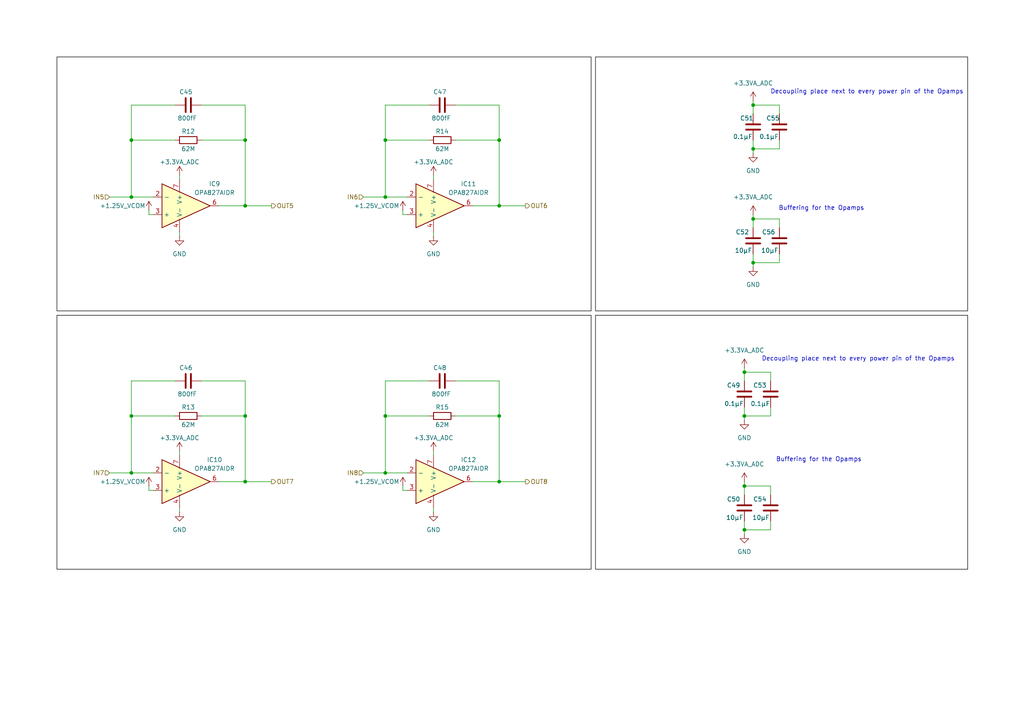
<source format=kicad_sch>
(kicad_sch (version 20250114) (generator "eeschema") (generator_version "9.0")
  (paper "A4")
  (lib_symbols
    (symbol "Device:C" (pin_numbers (hide yes)) (pin_names (offset 0.254))
      (property "Reference" "C" (at 0.635 2.54 0))
      (property "Value" "C" (at 0.635 -2.54 0))
      (symbol "C_0_1"
        (polyline (pts (xy -2.032 0.762) (xy 2.032 0.762)) (stroke (width 0.508)))
        (polyline (pts (xy -2.032 -0.762) (xy 2.032 -0.762)) (stroke (width 0.508)))
      )
      (symbol "C_1_1"
        (pin passive line (at 0 3.81 270) (length 2.794) (name "~") (number "1"))
        (pin passive line (at 0 -3.81 90) (length 2.794) (name "~") (number "2"))
      )
    )
    (symbol "Device:R" (pin_numbers (hide yes)) (pin_names (offset 0))
      (property "Reference" "R" (at 2.032 0 90))
      (property "Value" "R" (at 0 0 90))
      (symbol "R_0_1"
        (rectangle (start -1.016 -2.54) (end 1.016 2.54) (stroke (width 0.254)))
      )
      (symbol "R_1_1"
        (pin passive line (at 0 3.81 270) (length 1.27) (name "~") (number "1"))
        (pin passive line (at 0 -3.81 90) (length 1.27) (name "~") (number "2"))
      )
    )
    (symbol "SamacSys_Parts:OPA827AIDR"
      (property "Reference" "IC9" (at 22.86 3.81 0))
      (property "Value" "OPA827AIDR" (at 22.86 1.27 0))
      (symbol "OPA827AIDR_1_1"
        (polyline (pts (xy 5.08 2.54) (xy 5.08 -10.16) (xy 19.05 -3.81) (xy 5.08 2.54)) (stroke (width 0.254)) (fill (type color) (color 255 255 194 1)))
        (pin passive line (at 2.54 -1.27 0) (length 2.54) (name "-") (number "2"))
        (pin passive line (at 2.54 -6.35 0) (length 2.54) (name "+") (number "3"))
        (pin passive line (at 10.16 3.81 270) (length 3.81) (name "V+") (number "7"))
        (pin no_connect line (at 10.16 -1.27 270) (length 5.08) (hide yes) (name "NC") (number "1"))
        (pin no_connect line (at 10.16 -1.27 270) (length 5.08) (hide yes) (name "NC") (number "5"))
        (pin no_connect line (at 10.16 -1.27 270) (length 5.08) (hide yes) (name "NC") (number "8"))
        (pin passive line (at 10.16 -11.43 90) (length 3.81) (name "V-") (number "4"))
        (pin passive line (at 21.59 -3.81 180) (length 2.54) (name "") (number "6"))
      )
    )
    (symbol "power:+3.3V" (power) (pin_numbers (hide yes)) (pin_names (offset 0) (hide yes))
      (property "Value" "+3.3V" (at 0 3.556 0))
      (symbol "+3.3V_0_1"
        (polyline (pts (xy -0.762 1.27) (xy 0 2.54)))
        (polyline (pts (xy 0 2.54) (xy 0.762 1.27)))
        (polyline (pts (xy 0 0) (xy 0 2.54)))
      )
      (symbol "+3.3V_1_1"
        (pin power_in line (at 0 0 90) (length 0) (name "~") (number "1"))
      )
    )
    (symbol "power:+3.3VA" (power) (pin_names (offset 0))
      (property "Value" "+3.3VA" (at 0 3.556 0))
      (symbol "+3.3VA_0_1"
        (polyline (pts (xy -0.762 1.27) (xy 0 2.54)))
        (polyline (pts (xy 0 2.54) (xy 0.762 1.27)))
        (polyline (pts (xy 0 0) (xy 0 2.54)))
      )
      (symbol "+3.3VA_1_1"
        (pin power_in line (at 0 0 90) (length 0) (hide yes) (name "+3.3VA") (number "1"))
      )
    )
    (symbol "power:GND" (power) (pin_numbers (hide yes)) (pin_names (offset 0) (hide yes))
      (property "Value" "GND" (at 0 -3.81 0))
      (symbol "GND_0_1"
        (polyline (pts (xy 0 0) (xy 0 -1.27) (xy 1.27 -1.27) (xy 0 -2.54) (xy -1.27 -1.27) (xy 0 -1.27)))
      )
      (symbol "GND_1_1"
        (pin power_in line (at 0 0 270) (length 0) (name "~") (number "1"))
      )
    )
  )
  (text "Buffering for the Opamps" (at 238.252 60.452 0) (effects (font (size 1.27 1.27))))
  (text "Decoupling place next to every power pin of the Opamps\n" (at 251.46 26.67 0) (effects (font (size 1.27 1.27))))
  (text "Buffering for the Opamps" (at 237.49 133.35 0) (effects (font (size 1.27 1.27))))
  (text "Decoupling place next to every power pin of the Opamps\n" (at 248.92 104.14 0) (effects (font (size 1.27 1.27))))
  (text_box "" (at 172.72 91.44 0) (size 107.95 73.66) (margins 0.9525 0.9525 0.9525 0.9525) (stroke (width 0) (color 0 0 0 1)) (effects (font (size 1.27 1.27)) (justify left top)))
  (text_box "" (at 172.72 16.51 0) (size 107.95 73.66) (margins 0.9525 0.9525 0.9525 0.9525) (stroke (width 0) (color 0 0 0 1)) (effects (font (size 1.27 1.27)) (justify left top)))
  (text_box "" (at 16.51 91.44 0) (size 154.94 73.66) (margins 0.9525 0.9525 0.9525 0.9525) (stroke (width 0) (color 0 0 0 1)) (effects (font (size 1.27 1.27)) (justify left top)))
  (text_box "" (at 16.51 16.51 0) (size 154.94 73.66) (margins 0.9525 0.9525 0.9525 0.9525) (stroke (width 0) (color 0 0 0 1)) (effects (font (size 1.27 1.27)) (justify left top)))
  (junction (at 218.44 63.5))
  (junction (at 71.12 40.64))
  (junction (at 218.44 76.2))
  (junction (at 144.78 59.69))
  (junction (at 38.1 57.15))
  (junction (at 144.78 139.7))
  (junction (at 218.44 43.18))
  (junction (at 215.9 120.65))
  (junction (at 144.78 40.64))
  (junction (at 71.12 59.69))
  (junction (at 71.12 120.65))
  (junction (at 215.9 140.97))
  (junction (at 218.44 30.48))
  (junction (at 144.78 120.65))
  (junction (at 215.9 153.67))
  (junction (at 71.12 139.7))
  (junction (at 38.1 120.65))
  (junction (at 111.76 137.16))
  (junction (at 111.76 120.65))
  (junction (at 111.76 40.64))
  (junction (at 111.76 57.15))
  (junction (at 38.1 137.16))
  (junction (at 38.1 40.64))
  (junction (at 215.9 107.95))
  (wire (pts (xy 52.07 50.8) (xy 52.07 52.07)))
  (wire (pts (xy 43.18 140.97) (xy 43.18 142.24)))
  (wire (pts (xy 105.41 137.16) (xy 111.76 137.16)))
  (wire (pts (xy 215.9 139.7) (xy 215.9 140.97)))
  (wire (pts (xy 50.8 120.65) (xy 38.1 120.65)))
  (wire (pts (xy 58.42 120.65) (xy 71.12 120.65)))
  (wire (pts (xy 124.46 30.48) (xy 111.76 30.48)))
  (wire (pts (xy 125.73 67.31) (xy 125.73 68.58)))
  (wire (pts (xy 43.18 142.24) (xy 44.45 142.24)))
  (wire (pts (xy 215.9 120.65) (xy 215.9 121.92)))
  (wire (pts (xy 63.5 59.69) (xy 71.12 59.69)))
  (wire (pts (xy 144.78 110.49) (xy 144.78 120.65)))
  (wire (pts (xy 58.42 40.64) (xy 71.12 40.64)))
  (wire (pts (xy 215.9 107.95) (xy 223.52 107.95)))
  (wire (pts (xy 125.73 130.81) (xy 125.73 132.08)))
  (wire (pts (xy 38.1 57.15) (xy 44.45 57.15)))
  (wire (pts (xy 111.76 30.48) (xy 111.76 40.64)))
  (wire (pts (xy 215.9 107.95) (xy 215.9 110.49)))
  (wire (pts (xy 105.41 57.15) (xy 111.76 57.15)))
  (wire (pts (xy 43.18 60.96) (xy 43.18 62.23)))
  (wire (pts (xy 116.84 62.23) (xy 118.11 62.23)))
  (wire (pts (xy 137.16 139.7) (xy 144.78 139.7)))
  (wire (pts (xy 218.44 30.48) (xy 218.44 33.02)))
  (wire (pts (xy 38.1 120.65) (xy 38.1 137.16)))
  (wire (pts (xy 218.44 62.23) (xy 218.44 63.5)))
  (wire (pts (xy 63.5 139.7) (xy 71.12 139.7)))
  (wire (pts (xy 111.76 137.16) (xy 118.11 137.16)))
  (wire (pts (xy 218.44 43.18) (xy 218.44 44.45)))
  (wire (pts (xy 215.9 118.11) (xy 215.9 120.65)))
  (wire (pts (xy 144.78 59.69) (xy 152.4 59.69)))
  (wire (pts (xy 132.08 30.48) (xy 144.78 30.48)))
  (wire (pts (xy 111.76 40.64) (xy 111.76 57.15)))
  (wire (pts (xy 218.44 73.66) (xy 218.44 76.2)))
  (wire (pts (xy 144.78 120.65) (xy 144.78 139.7)))
  (wire (pts (xy 226.06 63.5) (xy 226.06 66.04)))
  (wire (pts (xy 111.76 120.65) (xy 111.76 137.16)))
  (wire (pts (xy 124.46 40.64) (xy 111.76 40.64)))
  (wire (pts (xy 226.06 30.48) (xy 226.06 33.02)))
  (wire (pts (xy 218.44 63.5) (xy 218.44 66.04)))
  (wire (pts (xy 132.08 110.49) (xy 144.78 110.49)))
  (wire (pts (xy 71.12 40.64) (xy 71.12 59.69)))
  (wire (pts (xy 137.16 59.69) (xy 144.78 59.69)))
  (wire (pts (xy 43.18 62.23) (xy 44.45 62.23)))
  (wire (pts (xy 125.73 147.32) (xy 125.73 148.59)))
  (wire (pts (xy 218.44 29.21) (xy 218.44 30.48)))
  (wire (pts (xy 116.84 142.24) (xy 118.11 142.24)))
  (wire (pts (xy 218.44 43.18) (xy 226.06 43.18)))
  (wire (pts (xy 31.75 57.15) (xy 38.1 57.15)))
  (wire (pts (xy 52.07 147.32) (xy 52.07 148.59)))
  (wire (pts (xy 223.52 107.95) (xy 223.52 110.49)))
  (wire (pts (xy 71.12 139.7) (xy 78.74 139.7)))
  (wire (pts (xy 50.8 110.49) (xy 38.1 110.49)))
  (wire (pts (xy 226.06 73.66) (xy 226.06 76.2)))
  (wire (pts (xy 31.75 137.16) (xy 38.1 137.16)))
  (wire (pts (xy 218.44 76.2) (xy 218.44 77.47)))
  (wire (pts (xy 38.1 40.64) (xy 38.1 57.15)))
  (wire (pts (xy 215.9 153.67) (xy 215.9 154.94)))
  (wire (pts (xy 223.52 151.13) (xy 223.52 153.67)))
  (wire (pts (xy 218.44 63.5) (xy 226.06 63.5)))
  (wire (pts (xy 218.44 30.48) (xy 226.06 30.48)))
  (wire (pts (xy 111.76 57.15) (xy 118.11 57.15)))
  (wire (pts (xy 124.46 110.49) (xy 111.76 110.49)))
  (wire (pts (xy 71.12 110.49) (xy 71.12 120.65)))
  (wire (pts (xy 124.46 120.65) (xy 111.76 120.65)))
  (wire (pts (xy 38.1 110.49) (xy 38.1 120.65)))
  (wire (pts (xy 50.8 40.64) (xy 38.1 40.64)))
  (wire (pts (xy 226.06 40.64) (xy 226.06 43.18)))
  (wire (pts (xy 132.08 120.65) (xy 144.78 120.65)))
  (wire (pts (xy 215.9 120.65) (xy 223.52 120.65)))
  (wire (pts (xy 38.1 30.48) (xy 38.1 40.64)))
  (wire (pts (xy 223.52 140.97) (xy 223.52 143.51)))
  (wire (pts (xy 58.42 30.48) (xy 71.12 30.48)))
  (wire (pts (xy 116.84 140.97) (xy 116.84 142.24)))
  (wire (pts (xy 223.52 118.11) (xy 223.52 120.65)))
  (wire (pts (xy 38.1 137.16) (xy 44.45 137.16)))
  (wire (pts (xy 50.8 30.48) (xy 38.1 30.48)))
  (wire (pts (xy 144.78 139.7) (xy 152.4 139.7)))
  (wire (pts (xy 71.12 120.65) (xy 71.12 139.7)))
  (wire (pts (xy 215.9 153.67) (xy 223.52 153.67)))
  (wire (pts (xy 111.76 110.49) (xy 111.76 120.65)))
  (wire (pts (xy 215.9 151.13) (xy 215.9 153.67)))
  (wire (pts (xy 215.9 140.97) (xy 215.9 143.51)))
  (wire (pts (xy 144.78 30.48) (xy 144.78 40.64)))
  (wire (pts (xy 71.12 30.48) (xy 71.12 40.64)))
  (wire (pts (xy 52.07 67.31) (xy 52.07 68.58)))
  (wire (pts (xy 218.44 40.64) (xy 218.44 43.18)))
  (wire (pts (xy 215.9 106.68) (xy 215.9 107.95)))
  (wire (pts (xy 58.42 110.49) (xy 71.12 110.49)))
  (wire (pts (xy 71.12 59.69) (xy 78.74 59.69)))
  (wire (pts (xy 132.08 40.64) (xy 144.78 40.64)))
  (wire (pts (xy 116.84 60.96) (xy 116.84 62.23)))
  (wire (pts (xy 125.73 50.8) (xy 125.73 52.07)))
  (wire (pts (xy 218.44 76.2) (xy 226.06 76.2)))
  (wire (pts (xy 52.07 130.81) (xy 52.07 132.08)))
  (wire (pts (xy 215.9 140.97) (xy 223.52 140.97)))
  (wire (pts (xy 144.78 40.64) (xy 144.78 59.69)))
  (hierarchical_label "OUT5" (shape output) (at 78.74 59.69 0))
  (hierarchical_label "OUT8" (shape output) (at 152.4 139.7 0))
  (hierarchical_label "IN8" (shape input) (at 105.41 137.16 180))
  (hierarchical_label "OUT7" (shape output) (at 78.74 139.7 0))
  (hierarchical_label "IN6" (shape input) (at 105.41 57.15 180))
  (hierarchical_label "IN7" (shape input) (at 31.75 137.16 180))
  (hierarchical_label "OUT6" (shape output) (at 152.4 59.69 0))
  (hierarchical_label "IN5" (shape input) (at 31.75 57.15 180))
  (symbol (lib_id "Device:C") (at 223.52 114.3 0) (unit 1)
    (property "Reference" "C53" (at 218.44 111.76 0) (effects (justify left)))
    (property "Value" "0.1µF" (at 217.678 117.094 0) (effects (justify left)))
    (property "Footprint" "Capacitor_SMD:C_0402_1005Metric" (effects (hide yes)))
    (property "Description" "Unpolarized capacitor" (effects (hide yes)))
  )
  (symbol (lib_id "Device:C") (at 215.9 114.3 0) (unit 1)
    (property "Reference" "C49" (at 210.82 111.76 0) (effects (justify left)))
    (property "Value" "0.1µF" (at 210.058 117.094 0) (effects (justify left)))
    (property "Footprint" "Capacitor_SMD:C_0402_1005Metric" (effects (hide yes)))
    (property "Description" "Unpolarized capacitor" (effects (hide yes)))
  )
  (symbol (lib_id "power:+3.3V") (at 218.44 62.23 0) (unit 1)
    (property "Reference" "#PWR094" (effects (hide yes)))
    (property "Value" "+3.3VA_ADC" (at 218.44 57.15 0))
    (property "Description" "Power symbol creates a global label with name \"+3.3V\"" (effects (hide yes)))
  )
  (symbol (lib_id "Device:R") (at 128.27 40.64 90) (unit 1)
    (property "Reference" "R14" (at 128.27 38.1 90))
    (property "Value" "62M" (at 128.27 43.18 90))
    (property "Footprint" "Resistor_SMD:R_1206_3216Metric" (effects (hide yes)))
    (property "Description" "Resistor" (effects (hide yes)))
  )
  (symbol (lib_id "power:GND") (at 215.9 121.92 0) (unit 1)
    (property "Reference" "#PWR089" (effects (hide yes)))
    (property "Value" "GND" (at 215.9 127 0))
    (property "Description" "Power symbol creates a global label with name \"GND\" , ground" (effects (hide yes)))
  )
  (symbol (lib_id "power:GND") (at 218.44 77.47 0) (unit 1)
    (property "Reference" "#PWR095" (effects (hide yes)))
    (property "Value" "GND" (at 218.44 82.55 0))
    (property "Description" "Power symbol creates a global label with name \"GND\" , ground" (effects (hide yes)))
  )
  (symbol (lib_id "Device:C") (at 54.61 110.49 90) (unit 1)
    (property "Reference" "C46" (at 55.88 106.68 90) (effects (justify left)))
    (property "Value" "800fF" (at 57.15 114.3 90) (effects (justify left)))
    (property "Footprint" "Capacitor_SMD:C_0402_1005Metric" (effects (hide yes)))
    (property "Description" "Unpolarized capacitor" (effects (hide yes)))
  )
  (symbol (lib_id "power:+3.3VA") (at 125.73 130.81 0) (unit 1)
    (property "Reference" "#PWR086" (effects (hide yes)))
    (property "Value" "+3.3VA_ADC" (at 125.73 127 0))
  )
  (symbol (lib_id "Device:C") (at 226.06 69.85 0) (unit 1)
    (property "Reference" "C56" (at 220.98 67.31 0) (effects (justify left)))
    (property "Value" "10µF" (at 220.726 72.644 0) (effects (justify left)))
    (property "Footprint" "Capacitor_SMD:C_0603_1608Metric" (effects (hide yes)))
    (property "Description" "Unpolarized capacitor" (effects (hide yes)))
  )
  (symbol (lib_id "power:GND") (at 215.9 154.94 0) (unit 1)
    (property "Reference" "#PWR091" (effects (hide yes)))
    (property "Value" "GND" (at 215.9 160.02 0))
    (property "Description" "Power symbol creates a global label with name \"GND\" , ground" (effects (hide yes)))
  )
  (symbol (lib_id "power:+3.3V") (at 215.9 139.7 0) (unit 1)
    (property "Reference" "#PWR090" (effects (hide yes)))
    (property "Value" "+3.3VA_ADC" (at 215.9 134.62 0))
    (property "Description" "Power symbol creates a global label with name \"+3.3V\"" (effects (hide yes)))
  )
  (symbol (lib_id "Device:C") (at 215.9 147.32 0) (unit 1)
    (property "Reference" "C50" (at 210.82 144.78 0) (effects (justify left)))
    (property "Value" "10µF" (at 210.566 150.114 0) (effects (justify left)))
    (property "Footprint" "Capacitor_SMD:C_0603_1608Metric" (effects (hide yes)))
    (property "Description" "Unpolarized capacitor" (effects (hide yes)))
  )
  (symbol (lib_id "Device:R") (at 54.61 40.64 90) (unit 1)
    (property "Reference" "R12" (at 54.61 38.1 90))
    (property "Value" "62M" (at 54.61 43.18 90))
    (property "Footprint" "Resistor_SMD:R_1206_3216Metric" (effects (hide yes)))
    (property "Description" "Resistor" (effects (hide yes)))
  )
  (symbol (lib_id "Device:C") (at 218.44 69.85 0) (unit 1)
    (property "Reference" "C52" (at 213.36 67.31 0) (effects (justify left)))
    (property "Value" "10µF" (at 213.106 72.644 0) (effects (justify left)))
    (property "Footprint" "Capacitor_SMD:C_0603_1608Metric" (effects (hide yes)))
    (property "Description" "Unpolarized capacitor" (effects (hide yes)))
  )
  (symbol (lib_id "power:+3.3V") (at 218.44 29.21 0) (unit 1)
    (property "Reference" "#PWR092" (effects (hide yes)))
    (property "Value" "+3.3VA_ADC" (at 218.44 24.13 0))
    (property "Description" "Power symbol creates a global label with name \"+3.3V\"" (effects (hide yes)))
  )
  (symbol (lib_id "Device:C") (at 226.06 36.83 0) (unit 1)
    (property "Reference" "C55" (at 222.25 34.29 0) (effects (justify left)))
    (property "Value" "0.1µF" (at 220.218 39.624 0) (effects (justify left)))
    (property "Footprint" "Capacitor_SMD:C_0402_1005Metric" (effects (hide yes)))
    (property "Description" "Unpolarized capacitor" (effects (hide yes)))
  )
  (symbol (lib_id "Device:C") (at 128.27 110.49 90) (unit 1)
    (property "Reference" "C48" (at 129.54 106.68 90) (effects (justify left)))
    (property "Value" "800fF" (at 130.81 114.3 90) (effects (justify left)))
    (property "Footprint" "Capacitor_SMD:C_0402_1005Metric" (effects (hide yes)))
    (property "Description" "Unpolarized capacitor" (effects (hide yes)))
  )
  (symbol (lib_id "Device:C") (at 54.61 30.48 90) (unit 1)
    (property "Reference" "C45" (at 55.88 26.67 90) (effects (justify left)))
    (property "Value" "800fF" (at 57.15 34.29 90) (effects (justify left)))
    (property "Footprint" "Capacitor_SMD:C_0402_1005Metric" (effects (hide yes)))
    (property "Description" "Unpolarized capacitor" (effects (hide yes)))
  )
  (symbol (lib_id "power:+3.3V") (at 43.18 140.97 0) (unit 1)
    (property "Reference" "#PWR077" (effects (hide yes)))
    (property "Value" "+1.25V_VCOM" (at 35.56 139.7 0))
    (property "Description" "Power symbol creates a global label with name \"+3.3V\"" (effects (hide yes)))
  )
  (symbol (lib_id "power:+3.3V") (at 116.84 140.97 0) (unit 1)
    (property "Reference" "#PWR083" (effects (hide yes)))
    (property "Value" "+1.25V_VCOM" (at 109.22 139.7 0))
    (property "Description" "Power symbol creates a global label with name \"+3.3V\"" (effects (hide yes)))
  )
  (symbol (lib_id "power:+3.3V") (at 215.9 106.68 0) (unit 1)
    (property "Reference" "#PWR088" (effects (hide yes)))
    (property "Value" "+3.3VA_ADC" (at 215.9 101.6 0))
    (property "Description" "Power symbol creates a global label with name \"+3.3V\"" (effects (hide yes)))
  )
  (symbol (lib_id "Device:C") (at 128.27 30.48 90) (unit 1)
    (property "Reference" "C47" (at 129.54 26.67 90) (effects (justify left)))
    (property "Value" "800fF" (at 130.81 34.29 90) (effects (justify left)))
    (property "Footprint" "Capacitor_SMD:C_0402_1005Metric" (effects (hide yes)))
    (property "Description" "Unpolarized capacitor" (effects (hide yes)))
  )
  (symbol (lib_id "SamacSys_Parts:OPA827AIDR") (at 41.91 55.88 0) (unit 1)
    (property "Reference" "IC9" (at 62.23 53.34 0))
    (property "Value" "OPA827AIDR" (at 62.23 55.88 0))
    (property "Footprint" "SamacSys_Parts:SOIC127P600X175-8N" (effects (hide yes)))
    (property "Datasheet" "http://www.ti.com/lit/gpn/OPA827" (effects (hide yes)))
    (property "Description" "Low-Noise, High-Precision, JFET-Input Operational Amplifier" (effects (hide yes)))
    (property "Height" "1.75" (effects (hide yes)))
    (property "Manufacturer_Name" "Texas Instruments" (effects (hide yes)))
    (property "Manufacturer_Part_Number" "OPA827AIDR" (effects (hide yes)))
    (property "Mouser Part Number" "595-OPA827AIDR" (effects (hide yes)))
    (property "Mouser Price/Stock" "https://www.mouser.co.uk/ProductDetail/Texas-Instruments/OPA827AIDR?qs=ToK3%2FczOkx%252BfLFxatAoUKw%3D%3D" (effects (hide yes)))
    (property "Arrow Part Number" "OPA827AIDR" (effects (hide yes)))
    (property "Arrow Price/Stock" "https://www.arrow.com/en/products/opa827aidr/texas-instruments?region=nac" (effects (hide yes)))
  )
  (symbol (lib_id "SamacSys_Parts:OPA827AIDR") (at 41.91 135.89 0) (unit 1)
    (property "Reference" "IC10" (at 62.23 133.35 0))
    (property "Value" "OPA827AIDR" (at 62.23 135.89 0))
    (property "Footprint" "SamacSys_Parts:SOIC127P600X175-8N" (effects (hide yes)))
    (property "Datasheet" "http://www.ti.com/lit/gpn/OPA827" (effects (hide yes)))
    (property "Description" "Low-Noise, High-Precision, JFET-Input Operational Amplifier" (effects (hide yes)))
    (property "Height" "1.75" (effects (hide yes)))
    (property "Manufacturer_Name" "Texas Instruments" (effects (hide yes)))
    (property "Manufacturer_Part_Number" "OPA827AIDR" (effects (hide yes)))
    (property "Mouser Part Number" "595-OPA827AIDR" (effects (hide yes)))
    (property "Mouser Price/Stock" "https://www.mouser.co.uk/ProductDetail/Texas-Instruments/OPA827AIDR?qs=ToK3%2FczOkx%252BfLFxatAoUKw%3D%3D" (effects (hide yes)))
    (property "Arrow Part Number" "OPA827AIDR" (effects (hide yes)))
    (property "Arrow Price/Stock" "https://www.arrow.com/en/products/opa827aidr/texas-instruments?region=nac" (effects (hide yes)))
  )
  (symbol (lib_id "power:+3.3VA") (at 52.07 130.81 0) (unit 1)
    (property "Reference" "#PWR080" (effects (hide yes)))
    (property "Value" "+3.3VA_ADC" (at 52.07 127 0))
  )
  (symbol (lib_id "power:GND") (at 125.73 148.59 0) (unit 1)
    (property "Reference" "#PWR087" (effects (hide yes)))
    (property "Value" "GND" (at 125.73 153.67 0))
    (property "Description" "Power symbol creates a global label with name \"GND\" , ground" (effects (hide yes)))
  )
  (symbol (lib_id "Device:C") (at 218.44 36.83 0) (unit 1)
    (property "Reference" "C51" (at 214.63 34.29 0) (effects (justify left)))
    (property "Value" "0.1µF" (at 212.598 39.624 0) (effects (justify left)))
    (property "Footprint" "Capacitor_SMD:C_0402_1005Metric" (effects (hide yes)))
    (property "Description" "Unpolarized capacitor" (effects (hide yes)))
  )
  (symbol (lib_id "power:+3.3VA") (at 52.07 50.8 0) (unit 1)
    (property "Reference" "#PWR078" (effects (hide yes)))
    (property "Value" "+3.3VA_ADC" (at 52.07 46.99 0))
  )
  (symbol (lib_id "Device:R") (at 54.61 120.65 90) (unit 1)
    (property "Reference" "R13" (at 54.61 118.11 90))
    (property "Value" "62M" (at 54.61 123.19 90))
    (property "Footprint" "Resistor_SMD:R_1206_3216Metric" (effects (hide yes)))
    (property "Description" "Resistor" (effects (hide yes)))
  )
  (symbol (lib_id "SamacSys_Parts:OPA827AIDR") (at 115.57 135.89 0) (unit 1)
    (property "Reference" "IC12" (at 135.89 133.35 0))
    (property "Value" "OPA827AIDR" (at 135.89 135.89 0))
    (property "Footprint" "SamacSys_Parts:SOIC127P600X175-8N" (effects (hide yes)))
    (property "Datasheet" "http://www.ti.com/lit/gpn/OPA827" (effects (hide yes)))
    (property "Description" "Low-Noise, High-Precision, JFET-Input Operational Amplifier" (effects (hide yes)))
    (property "Height" "1.75" (effects (hide yes)))
    (property "Manufacturer_Name" "Texas Instruments" (effects (hide yes)))
    (property "Manufacturer_Part_Number" "OPA827AIDR" (effects (hide yes)))
    (property "Mouser Part Number" "595-OPA827AIDR" (effects (hide yes)))
    (property "Mouser Price/Stock" "https://www.mouser.co.uk/ProductDetail/Texas-Instruments/OPA827AIDR?qs=ToK3%2FczOkx%252BfLFxatAoUKw%3D%3D" (effects (hide yes)))
    (property "Arrow Part Number" "OPA827AIDR" (effects (hide yes)))
    (property "Arrow Price/Stock" "https://www.arrow.com/en/products/opa827aidr/texas-instruments?region=nac" (effects (hide yes)))
  )
  (symbol (lib_id "power:+3.3V") (at 116.84 60.96 0) (unit 1)
    (property "Reference" "#PWR082" (effects (hide yes)))
    (property "Value" "+1.25V_VCOM" (at 109.22 59.69 0))
    (property "Description" "Power symbol creates a global label with name \"+3.3V\"" (effects (hide yes)))
  )
  (symbol (lib_id "power:GND") (at 218.44 44.45 0) (unit 1)
    (property "Reference" "#PWR093" (effects (hide yes)))
    (property "Value" "GND" (at 218.44 49.53 0))
    (property "Description" "Power symbol creates a global label with name \"GND\" , ground" (effects (hide yes)))
  )
  (symbol (lib_id "power:+3.3V") (at 43.18 60.96 0) (unit 1)
    (property "Reference" "#PWR076" (effects (hide yes)))
    (property "Value" "+1.25V_VCOM" (at 35.56 59.69 0))
    (property "Description" "Power symbol creates a global label with name \"+3.3V\"" (effects (hide yes)))
  )
  (symbol (lib_id "power:+3.3VA") (at 125.73 50.8 0) (unit 1)
    (property "Reference" "#PWR084" (effects (hide yes)))
    (property "Value" "+3.3VA_ADC" (at 125.73 46.99 0))
  )
  (symbol (lib_id "SamacSys_Parts:OPA827AIDR") (at 115.57 55.88 0) (unit 1)
    (property "Reference" "IC11" (at 135.89 53.34 0))
    (property "Value" "OPA827AIDR" (at 135.89 55.88 0))
    (property "Footprint" "SamacSys_Parts:SOIC127P600X175-8N" (effects (hide yes)))
    (property "Datasheet" "http://www.ti.com/lit/gpn/OPA827" (effects (hide yes)))
    (property "Description" "Low-Noise, High-Precision, JFET-Input Operational Amplifier" (effects (hide yes)))
    (property "Height" "1.75" (effects (hide yes)))
    (property "Manufacturer_Name" "Texas Instruments" (effects (hide yes)))
    (property "Manufacturer_Part_Number" "OPA827AIDR" (effects (hide yes)))
    (property "Mouser Part Number" "595-OPA827AIDR" (effects (hide yes)))
    (property "Mouser Price/Stock" "https://www.mouser.co.uk/ProductDetail/Texas-Instruments/OPA827AIDR?qs=ToK3%2FczOkx%252BfLFxatAoUKw%3D%3D" (effects (hide yes)))
    (property "Arrow Part Number" "OPA827AIDR" (effects (hide yes)))
    (property "Arrow Price/Stock" "https://www.arrow.com/en/products/opa827aidr/texas-instruments?region=nac" (effects (hide yes)))
  )
  (symbol (lib_id "Device:C") (at 223.52 147.32 0) (unit 1)
    (property "Reference" "C54" (at 218.44 144.78 0) (effects (justify left)))
    (property "Value" "10µF" (at 218.186 150.114 0) (effects (justify left)))
    (property "Footprint" "Capacitor_SMD:C_0603_1608Metric" (effects (hide yes)))
    (property "Description" "Unpolarized capacitor" (effects (hide yes)))
  )
  (symbol (lib_id "power:GND") (at 52.07 148.59 0) (unit 1)
    (property "Reference" "#PWR081" (effects (hide yes)))
    (property "Value" "GND" (at 52.07 153.67 0))
    (property "Description" "Power symbol creates a global label with name \"GND\" , ground" (effects (hide yes)))
  )
  (symbol (lib_id "Device:R") (at 128.27 120.65 90) (unit 1)
    (property "Reference" "R15" (at 128.27 118.11 90))
    (property "Value" "62M" (at 128.27 123.19 90))
    (property "Footprint" "Resistor_SMD:R_1206_3216Metric" (effects (hide yes)))
    (property "Description" "Resistor" (effects (hide yes)))
  )
  (symbol (lib_id "power:GND") (at 52.07 68.58 0) (unit 1)
    (property "Reference" "#PWR079" (effects (hide yes)))
    (property "Value" "GND" (at 52.07 73.66 0))
    (property "Description" "Power symbol creates a global label with name \"GND\" , ground" (effects (hide yes)))
  )
  (symbol (lib_id "power:GND") (at 125.73 68.58 0) (unit 1)
    (property "Reference" "#PWR085" (effects (hide yes)))
    (property "Value" "GND" (at 125.73 73.66 0))
    (property "Description" "Power symbol creates a global label with name \"GND\" , ground" (effects (hide yes)))
  )
)
</source>
